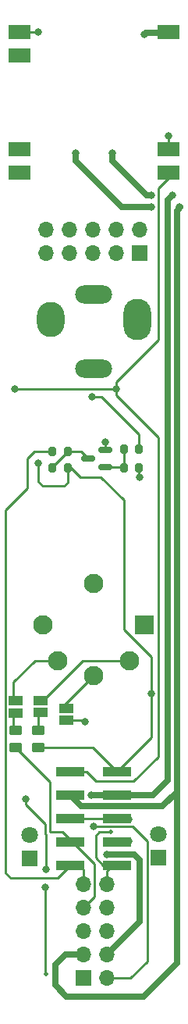
<source format=gbr>
%TF.GenerationSoftware,KiCad,Pcbnew,(7.0.0)*%
%TF.CreationDate,2023-04-30T16:43:56+02:00*%
%TF.ProjectId,midi-sync-module,6d696469-2d73-4796-9e63-2d6d6f64756c,rev?*%
%TF.SameCoordinates,Original*%
%TF.FileFunction,Copper,L1,Top*%
%TF.FilePolarity,Positive*%
%FSLAX46Y46*%
G04 Gerber Fmt 4.6, Leading zero omitted, Abs format (unit mm)*
G04 Created by KiCad (PCBNEW (7.0.0)) date 2023-04-30 16:43:56*
%MOMM*%
%LPD*%
G01*
G04 APERTURE LIST*
G04 Aperture macros list*
%AMRoundRect*
0 Rectangle with rounded corners*
0 $1 Rounding radius*
0 $2 $3 $4 $5 $6 $7 $8 $9 X,Y pos of 4 corners*
0 Add a 4 corners polygon primitive as box body*
4,1,4,$2,$3,$4,$5,$6,$7,$8,$9,$2,$3,0*
0 Add four circle primitives for the rounded corners*
1,1,$1+$1,$2,$3*
1,1,$1+$1,$4,$5*
1,1,$1+$1,$6,$7*
1,1,$1+$1,$8,$9*
0 Add four rect primitives between the rounded corners*
20,1,$1+$1,$2,$3,$4,$5,0*
20,1,$1+$1,$4,$5,$6,$7,0*
20,1,$1+$1,$6,$7,$8,$9,0*
20,1,$1+$1,$8,$9,$2,$3,0*%
G04 Aperture macros list end*
%TA.AperFunction,ComponentPad*%
%ADD10R,2.100000X2.100000*%
%TD*%
%TA.AperFunction,ComponentPad*%
%ADD11C,2.100000*%
%TD*%
%TA.AperFunction,SMDPad,CuDef*%
%ADD12R,1.500000X1.000000*%
%TD*%
%TA.AperFunction,SMDPad,CuDef*%
%ADD13RoundRect,0.200000X-0.200000X-0.275000X0.200000X-0.275000X0.200000X0.275000X-0.200000X0.275000X0*%
%TD*%
%TA.AperFunction,SMDPad,CuDef*%
%ADD14RoundRect,0.250000X-0.450000X0.262500X-0.450000X-0.262500X0.450000X-0.262500X0.450000X0.262500X0*%
%TD*%
%TA.AperFunction,SMDPad,CuDef*%
%ADD15R,3.150000X1.000000*%
%TD*%
%TA.AperFunction,SMDPad,CuDef*%
%ADD16RoundRect,0.150000X0.587500X0.150000X-0.587500X0.150000X-0.587500X-0.150000X0.587500X-0.150000X0*%
%TD*%
%TA.AperFunction,ComponentPad*%
%ADD17R,1.800000X1.800000*%
%TD*%
%TA.AperFunction,ComponentPad*%
%ADD18C,1.800000*%
%TD*%
%TA.AperFunction,SMDPad,CuDef*%
%ADD19R,2.450000X1.600000*%
%TD*%
%TA.AperFunction,ComponentPad*%
%ADD20O,3.000000X4.500000*%
%TD*%
%TA.AperFunction,ComponentPad*%
%ADD21O,3.000000X3.800000*%
%TD*%
%TA.AperFunction,ComponentPad*%
%ADD22O,4.000000X2.000000*%
%TD*%
%TA.AperFunction,SMDPad,CuDef*%
%ADD23RoundRect,0.200000X0.200000X0.275000X-0.200000X0.275000X-0.200000X-0.275000X0.200000X-0.275000X0*%
%TD*%
%TA.AperFunction,SMDPad,CuDef*%
%ADD24RoundRect,0.250000X0.450000X-0.262500X0.450000X0.262500X-0.450000X0.262500X-0.450000X-0.262500X0*%
%TD*%
%TA.AperFunction,ComponentPad*%
%ADD25R,1.700000X1.700000*%
%TD*%
%TA.AperFunction,ComponentPad*%
%ADD26O,1.700000X1.700000*%
%TD*%
%TA.AperFunction,ViaPad*%
%ADD27C,0.800000*%
%TD*%
%TA.AperFunction,ViaPad*%
%ADD28C,0.500000*%
%TD*%
%TA.AperFunction,Conductor*%
%ADD29C,0.700000*%
%TD*%
%TA.AperFunction,Conductor*%
%ADD30C,0.250000*%
%TD*%
G04 APERTURE END LIST*
D10*
%TO.P,J3,1*%
%TO.N,unconnected-(J3-Pad1)*%
X190499999Y-102499999D03*
D11*
%TO.P,J3,2*%
%TO.N,DIN5-2*%
X185000000Y-108000000D03*
%TO.P,J3,3*%
%TO.N,unconnected-(J3-Pad3)*%
X179500000Y-102500000D03*
%TO.P,J3,4*%
%TO.N,DIN5-4*%
X188890000Y-106390000D03*
%TO.P,J3,5*%
%TO.N,DIN5-5*%
X181110000Y-106390000D03*
%TO.P,J3,S*%
%TO.N,N/C*%
X185000000Y-98000000D03*
%TD*%
D12*
%TO.P,JP3,1,A*%
%TO.N,DIN5-4*%
X179249999Y-110699999D03*
%TO.P,JP3,2,B*%
%TO.N,Net-(JP3-B)*%
X179249999Y-111999999D03*
%TD*%
D13*
%TO.P,R2,1*%
%TO.N,Net-(Q1-B)*%
X188250000Y-85500000D03*
%TO.P,R2,2*%
%TO.N,GND*%
X189900000Y-85500000D03*
%TD*%
%TO.P,R1,1*%
%TO.N,Net-(Q1-B)*%
X188250000Y-83500000D03*
%TO.P,R1,2*%
%TO.N,Net-(J1-PadT)*%
X189900000Y-83500000D03*
%TD*%
D14*
%TO.P,R7,1*%
%TO.N,Net-(JP4-B)*%
X176500000Y-114000000D03*
%TO.P,R7,2*%
%TO.N,midi_out*%
X176500000Y-115825000D03*
%TD*%
D13*
%TO.P,R4,1*%
%TO.N,gate_in*%
X180500000Y-83750000D03*
%TO.P,R4,2*%
%TO.N,Net-(Q1-C)*%
X182150000Y-83750000D03*
%TD*%
D15*
%TO.P,J4,1,Pin_1*%
%TO.N,+5V*%
X182474999Y-118459999D03*
%TO.P,J4,2,Pin_2*%
%TO.N,+3V3*%
X187524999Y-118459999D03*
%TO.P,J4,3,Pin_3*%
%TO.N,+12V*%
X182474999Y-120999999D03*
%TO.P,J4,4,Pin_4*%
%TO.N,-12V*%
X187524999Y-120999999D03*
%TO.P,J4,5,Pin_5*%
%TO.N,GND*%
X182474999Y-123539999D03*
%TO.P,J4,6,Pin_6*%
X187524999Y-123539999D03*
%TO.P,J4,7,Pin_7*%
%TO.N,midi_out*%
X182474999Y-126079999D03*
%TO.P,J4,8,Pin_8*%
%TO.N,GND*%
X187524999Y-126079999D03*
%TO.P,J4,9,Pin_9*%
%TO.N,gate_in*%
X182474999Y-128619999D03*
%TO.P,J4,10,Pin_10*%
%TO.N,midi_in*%
X187524999Y-128619999D03*
%TD*%
D12*
%TO.P,JP4,1,A*%
%TO.N,DIN5-5*%
X176499999Y-110762499D03*
%TO.P,JP4,2,B*%
%TO.N,Net-(JP4-B)*%
X176499999Y-112062499D03*
%TD*%
D16*
%TO.P,Q1,1,B*%
%TO.N,Net-(Q1-B)*%
X186262500Y-85450000D03*
%TO.P,Q1,2,E*%
%TO.N,GND*%
X186262500Y-83550000D03*
%TO.P,Q1,3,C*%
%TO.N,Net-(Q1-C)*%
X184387500Y-84500000D03*
%TD*%
D17*
%TO.P,D4,1,K*%
%TO.N,GND*%
X177999999Y-127837499D03*
D18*
%TO.P,D4,2,A*%
%TO.N,Net-(D4-A)*%
X178000000Y-125297500D03*
%TD*%
D12*
%TO.P,JP5,1,A*%
%TO.N,DIN5-2*%
X181999999Y-111599999D03*
%TO.P,JP5,2,B*%
%TO.N,GND*%
X181999999Y-112899999D03*
%TD*%
D17*
%TO.P,D5,1,K*%
%TO.N,GND*%
X191999999Y-127799999D03*
D18*
%TO.P,D5,2,A*%
%TO.N,Net-(D5-A)*%
X192000000Y-125260000D03*
%TD*%
D19*
%TO.P,U1,1,-VIN*%
%TO.N,GND*%
X176924999Y-38249999D03*
%TO.P,U1,2,ON/~{OFF}*%
%TO.N,unconnected-(U1-ON{slash}~{OFF}-Pad2)*%
X176924999Y-40789999D03*
%TO.P,U1,6,NC*%
%TO.N,unconnected-(U1-NC-Pad6)*%
X176924999Y-50949999D03*
%TO.P,U1,7,NC*%
%TO.N,unconnected-(U1-NC-Pad7)*%
X176924999Y-53489999D03*
%TO.P,U1,8,+VOUT*%
%TO.N,+5V*%
X193074999Y-53489999D03*
%TO.P,U1,9,-VOUT*%
%TO.N,GND*%
X193074999Y-50949999D03*
%TO.P,U1,14,+VIN*%
%TO.N,+12V*%
X193074999Y-38249999D03*
%TD*%
D20*
%TO.P,J1,S*%
%TO.N,GND*%
X189699999Y-69399999D03*
D21*
X180299999Y-69399999D03*
D22*
%TO.P,J1,T*%
%TO.N,Net-(J1-PadT)*%
X184999999Y-74799999D03*
%TO.P,J1,TN*%
%TO.N,unconnected-(J1-PadTN)*%
X184999999Y-66699999D03*
%TD*%
D23*
%TO.P,R3,1*%
%TO.N,+3V3*%
X182150000Y-85500000D03*
%TO.P,R3,2*%
%TO.N,Net-(Q1-C)*%
X180500000Y-85500000D03*
%TD*%
D24*
%TO.P,R6,1*%
%TO.N,+3V3*%
X179000000Y-115825000D03*
%TO.P,R6,2*%
%TO.N,Net-(JP3-B)*%
X179000000Y-114000000D03*
%TD*%
D25*
%TO.P,J2,1,Pin_1*%
%TO.N,/-12V_euro*%
X189999999Y-62249999D03*
D26*
%TO.P,J2,2,Pin_2*%
X189999999Y-59709999D03*
%TO.P,J2,3,Pin_3*%
%TO.N,GND*%
X187459999Y-62249999D03*
%TO.P,J2,4,Pin_4*%
X187459999Y-59709999D03*
%TO.P,J2,5,Pin_5*%
X184919999Y-62249999D03*
%TO.P,J2,6,Pin_6*%
X184919999Y-59709999D03*
%TO.P,J2,7,Pin_7*%
X182379999Y-62249999D03*
%TO.P,J2,8,Pin_8*%
X182379999Y-59709999D03*
%TO.P,J2,9,Pin_9*%
%TO.N,/+12V_euro*%
X179839999Y-62249999D03*
%TO.P,J2,10,Pin_10*%
X179839999Y-59709999D03*
%TD*%
D25*
%TO.P,J5,1,Pin_1*%
%TO.N,+5V*%
X183859999Y-140824999D03*
D26*
%TO.P,J5,2,Pin_2*%
%TO.N,+3V3*%
X186399999Y-140824999D03*
%TO.P,J5,3,Pin_3*%
%TO.N,+12V*%
X183859999Y-138284999D03*
%TO.P,J5,4,Pin_4*%
%TO.N,-12V*%
X186399999Y-138284999D03*
%TO.P,J5,5,Pin_5*%
%TO.N,GND*%
X183859999Y-135744999D03*
%TO.P,J5,6,Pin_6*%
X186399999Y-135744999D03*
%TO.P,J5,7,Pin_7*%
%TO.N,midi_out*%
X183859999Y-133204999D03*
%TO.P,J5,8,Pin_8*%
%TO.N,GND*%
X186399999Y-133204999D03*
%TO.P,J5,9,Pin_9*%
%TO.N,gate_in*%
X183859999Y-130664999D03*
%TO.P,J5,10,Pin_10*%
%TO.N,midi_in*%
X186399999Y-130664999D03*
%TD*%
D27*
%TO.N,+12V*%
X191200000Y-57250000D03*
X190500000Y-38500000D03*
X183000000Y-51400000D03*
X194250000Y-57250000D03*
%TO.N,GND*%
X184000000Y-113000000D03*
X188800000Y-126000000D03*
X179000000Y-38250000D03*
X193075000Y-49500000D03*
X190000000Y-86500000D03*
X188800000Y-123600000D03*
X186250000Y-82750000D03*
%TO.N,+3V3*%
X186400000Y-118400000D03*
X185000000Y-124400000D03*
X191250000Y-110000000D03*
X179000000Y-85000000D03*
%TO.N,-12V*%
X186400000Y-127400000D03*
X191200000Y-56000000D03*
X193500000Y-56000000D03*
X187000000Y-51400000D03*
X184750000Y-121000000D03*
%TO.N,+5V*%
X176400000Y-77000000D03*
D28*
X179800000Y-140400000D03*
D27*
X187400000Y-77000000D03*
X179750000Y-131000000D03*
X177600000Y-121400000D03*
X183000000Y-118500000D03*
X179800000Y-129000000D03*
D28*
%TO.N,midi_in*%
X186800000Y-125000000D03*
D27*
%TO.N,Net-(J1-PadT)*%
X184800000Y-77800000D03*
%TD*%
D29*
%TO.N,+12V*%
X190620000Y-38380000D02*
X193075000Y-38380000D01*
X181915000Y-138285000D02*
X180800000Y-139400000D01*
X181915000Y-138285000D02*
X183860000Y-138285000D01*
X194000000Y-120636396D02*
X192436396Y-122200000D01*
X188000000Y-57250000D02*
X183000000Y-52250000D01*
X194400000Y-57250000D02*
X194000000Y-57650000D01*
X180800000Y-139400000D02*
X180800000Y-141600000D01*
X194000000Y-57650000D02*
X194000000Y-120636396D01*
X183650000Y-122200000D02*
X182450000Y-121000000D01*
X190400000Y-142800000D02*
X194000000Y-139200000D01*
X194000000Y-139200000D02*
X194000000Y-120636396D01*
X180800000Y-141600000D02*
X182000000Y-142800000D01*
X182000000Y-142800000D02*
X190400000Y-142800000D01*
X191200000Y-57250000D02*
X188000000Y-57250000D01*
X192436396Y-122200000D02*
X183650000Y-122200000D01*
X183000000Y-52250000D02*
X183000000Y-51400000D01*
D30*
%TO.N,GND*%
X189900000Y-85500000D02*
X189900000Y-86400000D01*
X187500000Y-126080000D02*
X188720000Y-126080000D01*
X186262500Y-82762500D02*
X186250000Y-82750000D01*
X186262500Y-83550000D02*
X186262500Y-82762500D01*
X187500000Y-123540000D02*
X188740000Y-123540000D01*
X189900000Y-86400000D02*
X190000000Y-86500000D01*
X183900000Y-112900000D02*
X184000000Y-113000000D01*
X188740000Y-123540000D02*
X188800000Y-123600000D01*
X182450000Y-123540000D02*
X187500000Y-123540000D01*
X182000000Y-112900000D02*
X183900000Y-112900000D01*
X193075000Y-49500000D02*
X193075000Y-50950000D01*
X176925000Y-38250000D02*
X179000000Y-38250000D01*
X188720000Y-126080000D02*
X188800000Y-126000000D01*
%TO.N,+3V3*%
X185750000Y-86500000D02*
X183500000Y-86500000D01*
X188250000Y-89000000D02*
X185750000Y-86500000D01*
X183500000Y-86500000D02*
X182500000Y-85500000D01*
X179000000Y-85000000D02*
X179000000Y-87000000D01*
X191250000Y-114710000D02*
X191250000Y-110000000D01*
X179000000Y-87000000D02*
X179500000Y-87500000D01*
X188250000Y-103000000D02*
X188250000Y-89000000D01*
X190775000Y-138975000D02*
X190775000Y-125975000D01*
X187500000Y-118460000D02*
X191250000Y-114710000D01*
X191250000Y-110000000D02*
X191250000Y-106000000D01*
X188975000Y-140825000D02*
X190800000Y-139000000D01*
X184865000Y-115825000D02*
X179000000Y-115825000D01*
X189200000Y-124400000D02*
X185000000Y-124400000D01*
X190800000Y-139000000D02*
X190775000Y-138975000D01*
X179500000Y-87500000D02*
X181750000Y-87500000D01*
X182500000Y-85500000D02*
X182150000Y-85500000D01*
X190775000Y-125975000D02*
X189200000Y-124400000D01*
X182150000Y-87100000D02*
X182150000Y-85500000D01*
X186400000Y-140825000D02*
X188975000Y-140825000D01*
X181750000Y-87500000D02*
X182150000Y-87100000D01*
X191250000Y-106000000D02*
X188250000Y-103000000D01*
X187500000Y-118460000D02*
X184865000Y-115825000D01*
D29*
%TO.N,-12V*%
X190750000Y-56000000D02*
X187000000Y-52250000D01*
X190000000Y-134175000D02*
X190000000Y-134685000D01*
X189400000Y-127400000D02*
X190000000Y-128000000D01*
X186400000Y-127400000D02*
X189400000Y-127400000D01*
X191400000Y-121000000D02*
X193000000Y-119400000D01*
X191400000Y-121000000D02*
X187500000Y-121000000D01*
X190000000Y-128000000D02*
X190000000Y-134175000D01*
X187500000Y-121000000D02*
X184750000Y-121000000D01*
X193000000Y-56500000D02*
X193500000Y-56000000D01*
X191200000Y-56000000D02*
X190750000Y-56000000D01*
X190000000Y-134685000D02*
X186400000Y-138285000D01*
X187000000Y-51400000D02*
X187000000Y-52250000D01*
X193000000Y-119400000D02*
X193000000Y-56500000D01*
D30*
%TO.N,+5V*%
X179750000Y-124150000D02*
X179750000Y-125186396D01*
X179750000Y-137000000D02*
X179750000Y-131000000D01*
X192000000Y-71600000D02*
X192000000Y-55200000D01*
X177600000Y-122000000D02*
X179750000Y-124150000D01*
X177600000Y-121400000D02*
X177600000Y-122000000D01*
X187400000Y-77000000D02*
X187400000Y-76200000D01*
X187400000Y-77000000D02*
X187400000Y-77600000D01*
X191975000Y-82175000D02*
X191975000Y-116825000D01*
X179750000Y-140350000D02*
X179800000Y-140400000D01*
X176400000Y-77000000D02*
X187400000Y-77000000D01*
X191975000Y-116825000D02*
X189300000Y-119500000D01*
X189300000Y-119500000D02*
X185250000Y-119500000D01*
X185250000Y-119500000D02*
X184210000Y-118460000D01*
X179750000Y-137000000D02*
X179750000Y-140350000D01*
X192000000Y-55200000D02*
X193075000Y-54125000D01*
X184210000Y-118460000D02*
X182450000Y-118460000D01*
X193075000Y-54125000D02*
X193075000Y-53490000D01*
X179750000Y-125186396D02*
X179800000Y-125236396D01*
X179800000Y-125236396D02*
X179800000Y-129000000D01*
X187400000Y-76200000D02*
X192000000Y-71600000D01*
X187400000Y-77600000D02*
X191975000Y-82175000D01*
%TO.N,Net-(Q1-B)*%
X188250000Y-83500000D02*
X188250000Y-85500000D01*
X186262500Y-85450000D02*
X188200000Y-85450000D01*
X188200000Y-85450000D02*
X188250000Y-85500000D01*
%TO.N,Net-(Q1-C)*%
X180500000Y-85400000D02*
X182150000Y-83750000D01*
X180500000Y-85500000D02*
X180500000Y-85400000D01*
X184387500Y-84500000D02*
X183637500Y-83750000D01*
X183637500Y-83750000D02*
X182150000Y-83750000D01*
%TO.N,Net-(JP3-B)*%
X179000000Y-112075000D02*
X179000000Y-114000000D01*
%TO.N,DIN5-2*%
X181750000Y-111250000D02*
X181750000Y-111600000D01*
X185000000Y-108000000D02*
X181750000Y-111250000D01*
%TO.N,DIN5-4*%
X179250000Y-110700000D02*
X179500000Y-110700000D01*
X179500000Y-110700000D02*
X183810000Y-106390000D01*
X183810000Y-106390000D02*
X188890000Y-106390000D01*
%TO.N,DIN5-5*%
X176250000Y-108750000D02*
X176250000Y-110762500D01*
X181110000Y-106390000D02*
X178610000Y-106390000D01*
X178610000Y-106390000D02*
X176250000Y-108750000D01*
%TO.N,midi_out*%
X180200000Y-125000000D02*
X180200000Y-119525000D01*
X181580000Y-125000000D02*
X180200000Y-125000000D01*
X183860000Y-133205000D02*
X185035000Y-132030000D01*
X180200000Y-119525000D02*
X176500000Y-115825000D01*
X185035000Y-128455000D02*
X181580000Y-125000000D01*
X185035000Y-132030000D02*
X185035000Y-128455000D01*
%TO.N,gate_in*%
X176000000Y-130000000D02*
X181070000Y-130000000D01*
X175425000Y-90075000D02*
X175425000Y-129425000D01*
X182475000Y-128620000D02*
X183420000Y-128620000D01*
X177750000Y-84500000D02*
X177750000Y-87750000D01*
X183860000Y-129060000D02*
X183860000Y-130665000D01*
X180500000Y-83750000D02*
X178500000Y-83750000D01*
X181070000Y-130000000D02*
X182450000Y-128620000D01*
X183420000Y-128620000D02*
X183860000Y-129060000D01*
X175425000Y-129425000D02*
X176000000Y-130000000D01*
X177750000Y-87750000D02*
X175425000Y-90075000D01*
X178500000Y-83750000D02*
X177750000Y-84500000D01*
%TO.N,midi_in*%
X185200000Y-125400000D02*
X185200000Y-127800000D01*
X186800000Y-125000000D02*
X185600000Y-125000000D01*
X186020000Y-128620000D02*
X186980000Y-128620000D01*
X185200000Y-127800000D02*
X186020000Y-128620000D01*
X186980000Y-128620000D02*
X186400000Y-129200000D01*
X186400000Y-129200000D02*
X186400000Y-130665000D01*
X185600000Y-125000000D02*
X185200000Y-125400000D01*
%TO.N,Net-(J1-PadT)*%
X185800000Y-77800000D02*
X189900000Y-81900000D01*
X184800000Y-77800000D02*
X185800000Y-77800000D01*
X189900000Y-81900000D02*
X189900000Y-83500000D01*
%TO.N,Net-(JP4-B)*%
X176250000Y-113750000D02*
X176500000Y-114000000D01*
X176250000Y-112062500D02*
X176250000Y-113750000D01*
%TD*%
M02*

</source>
